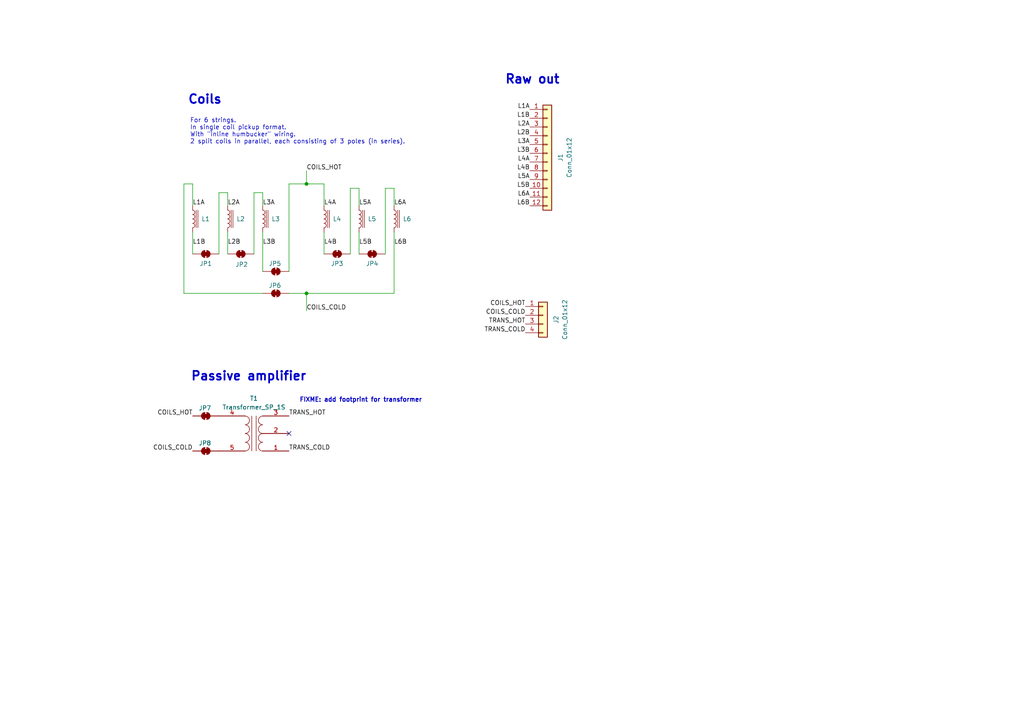
<source format=kicad_sch>
(kicad_sch (version 20231120) (generator "eeschema") (generator_version "8.0")
  (paper "A4")
  (lib_symbols
    (symbol "Connector_Generic:Conn_01x04" (pin_names (offset 1.016) hide)
      (property "Reference" "J" (at 0 5.08 0))
      (property "Value" "Conn_01x04" (at 0 -7.62 0))
      (symbol "Conn_01x04_1_1"
        (rectangle (start -1.27 -4.953) (end 0 -5.207) (stroke (width 0.1524)))
        (rectangle (start -1.27 -2.413) (end 0 -2.667) (stroke (width 0.1524)))
        (rectangle (start -1.27 0.127) (end 0 -0.127) (stroke (width 0.1524)))
        (rectangle (start -1.27 2.667) (end 0 2.413) (stroke (width 0.1524)))
        (rectangle (start -1.27 3.81) (end 1.27 -6.35) (stroke (width 0.254)) (fill (type background)))
        (pin passive line (at -5.08 2.54 0) (length 3.81) (name "Pin_1") (number "1"))
        (pin passive line (at -5.08 0 0) (length 3.81) (name "Pin_2") (number "2"))
        (pin passive line (at -5.08 -2.54 0) (length 3.81) (name "Pin_3") (number "3"))
        (pin passive line (at -5.08 -5.08 0) (length 3.81) (name "Pin_4") (number "4"))
      )
    )
    (symbol "Connector_Generic:Conn_01x12" (pin_names (offset 1.016) hide)
      (property "Reference" "J" (at 0 15.24 0))
      (property "Value" "Conn_01x12" (at 0 -17.78 0))
      (symbol "Conn_01x12_1_1"
        (rectangle (start -1.27 -15.113) (end 0 -15.367) (stroke (width 0.1524)))
        (rectangle (start -1.27 -12.573) (end 0 -12.827) (stroke (width 0.1524)))
        (rectangle (start -1.27 -10.033) (end 0 -10.287) (stroke (width 0.1524)))
        (rectangle (start -1.27 -7.493) (end 0 -7.747) (stroke (width 0.1524)))
        (rectangle (start -1.27 -4.953) (end 0 -5.207) (stroke (width 0.1524)))
        (rectangle (start -1.27 -2.413) (end 0 -2.667) (stroke (width 0.1524)))
        (rectangle (start -1.27 0.127) (end 0 -0.127) (stroke (width 0.1524)))
        (rectangle (start -1.27 2.667) (end 0 2.413) (stroke (width 0.1524)))
        (rectangle (start -1.27 5.207) (end 0 4.953) (stroke (width 0.1524)))
        (rectangle (start -1.27 7.747) (end 0 7.493) (stroke (width 0.1524)))
        (rectangle (start -1.27 10.287) (end 0 10.033) (stroke (width 0.1524)))
        (rectangle (start -1.27 12.827) (end 0 12.573) (stroke (width 0.1524)))
        (rectangle (start -1.27 13.97) (end 1.27 -16.51) (stroke (width 0.254)) (fill (type background)))
        (pin passive line (at -5.08 12.7 0) (length 3.81) (name "Pin_1") (number "1"))
        (pin passive line (at -5.08 -10.16 0) (length 3.81) (name "Pin_10") (number "10"))
        (pin passive line (at -5.08 -12.7 0) (length 3.81) (name "Pin_11") (number "11"))
        (pin passive line (at -5.08 -15.24 0) (length 3.81) (name "Pin_12") (number "12"))
        (pin passive line (at -5.08 10.16 0) (length 3.81) (name "Pin_2") (number "2"))
        (pin passive line (at -5.08 7.62 0) (length 3.81) (name "Pin_3") (number "3"))
        (pin passive line (at -5.08 5.08 0) (length 3.81) (name "Pin_4") (number "4"))
        (pin passive line (at -5.08 2.54 0) (length 3.81) (name "Pin_5") (number "5"))
        (pin passive line (at -5.08 0 0) (length 3.81) (name "Pin_6") (number "6"))
        (pin passive line (at -5.08 -2.54 0) (length 3.81) (name "Pin_7") (number "7"))
        (pin passive line (at -5.08 -5.08 0) (length 3.81) (name "Pin_8") (number "8"))
        (pin passive line (at -5.08 -7.62 0) (length 3.81) (name "Pin_9") (number "9"))
      )
    )
    (symbol "Device:L_Iron" (pin_numbers hide) (pin_names (offset 1.016) hide)
      (property "Reference" "L" (at -1.27 0 90))
      (property "Value" "L_Iron" (at 2.794 0 90))
      (symbol "L_Iron_0_1"
        (arc (start 0 -2.54) (mid 0.6323 -1.905) (end 0 -1.27))
        (arc (start 0 -1.27) (mid 0.6323 -0.635) (end 0 0))
        (polyline (pts (xy 1.016 2.54) (xy 1.016 -2.54)))
        (polyline (pts (xy 1.524 -2.54) (xy 1.524 2.54)))
        (arc (start 0 0) (mid 0.6323 0.635) (end 0 1.27))
        (arc (start 0 1.27) (mid 0.6323 1.905) (end 0 2.54))
      )
      (symbol "L_Iron_1_1"
        (pin passive line (at 0 3.81 270) (length 1.27) (name "1") (number "1"))
        (pin passive line (at 0 -3.81 90) (length 1.27) (name "2") (number "2"))
      )
    )
    (symbol "Device:Transformer_SP_1S" (pin_names (offset 1.016) hide)
      (property "Reference" "T" (at 0 6.35 0))
      (property "Value" "Transformer_SP_1S" (at 0 -7.62 0))
      (symbol "Transformer_SP_1S_0_1"
        (arc (start -2.54 -5.0546) (mid -1.6599 -4.6901) (end -1.27 -3.81))
        (arc (start -2.54 -2.5146) (mid -1.6599 -2.1501) (end -1.27 -1.27))
        (arc (start -2.54 0.0254) (mid -1.6599 0.3899) (end -1.27 1.27))
        (arc (start -2.54 2.5654) (mid -1.6599 2.9299) (end -1.27 3.81))
        (arc (start -1.27 -3.81) (mid -1.642 -2.912) (end -2.54 -2.54))
        (arc (start -1.27 -1.27) (mid -1.642 -0.372) (end -2.54 0))
        (arc (start -1.27 1.27) (mid -1.642 2.168) (end -2.54 2.54))
        (arc (start -1.27 3.81) (mid -1.642 4.708) (end -2.54 5.08))
        (polyline (pts (xy -0.635 5.08) (xy -0.635 -5.08)))
        (polyline (pts (xy 0.635 -5.08) (xy 0.635 5.08)))
        (arc (start 1.2954 -1.27) (mid 1.6599 -2.1501) (end 2.54 -2.5146))
        (arc (start 1.2954 1.27) (mid 1.6599 0.3899) (end 2.54 0.0254))
        (arc (start 1.2954 3.81) (mid 1.6599 2.9299) (end 2.54 2.5654))
        (arc (start 1.3208 -3.81) (mid 1.6853 -4.6901) (end 2.5654 -5.0546))
        (arc (start 2.54 0) (mid 1.642 -0.372) (end 1.2954 -1.27))
        (arc (start 2.54 2.54) (mid 1.642 2.168) (end 1.2954 1.27))
        (arc (start 2.54 5.08) (mid 1.642 4.708) (end 1.2954 3.81))
        (arc (start 2.5654 -2.54) (mid 1.6674 -2.912) (end 1.3208 -3.81))
      )
      (symbol "Transformer_SP_1S_1_1"
        (pin passive line (at -10.16 5.08 0) (length 7.62) (name "PR1") (number "1"))
        (pin passive line (at -10.16 0 0) (length 7.62) (name "PM") (number "2"))
        (pin passive line (at -10.16 -5.08 0) (length 7.62) (name "PR2") (number "3"))
        (pin passive line (at 10.16 -5.08 180) (length 7.62) (name "S1") (number "4"))
        (pin passive line (at 10.16 5.08 180) (length 7.62) (name "S2") (number "5"))
      )
    )
    (symbol "Jumper:SolderJumper_2_Bridged" (pin_numbers hide) (pin_names (offset 0) hide) (exclude_from_sim yes) (in_bom no)
      (property "Reference" "JP" (at 0 2.032 0))
      (property "Value" "SolderJumper_2_Bridged" (at 0 -2.54 0))
      (symbol "SolderJumper_2_Bridged_0_1"
        (rectangle (start -0.508 0.508) (end 0.508 -0.508) (fill (type outline)))
        (arc (start -0.254 1.016) (mid -1.2656 0) (end -0.254 -1.016))
        (arc (start -0.254 1.016) (mid -1.2656 0) (end -0.254 -1.016) (fill (type outline)))
        (polyline (pts (xy -0.254 1.016) (xy -0.254 -1.016)))
        (polyline (pts (xy 0.254 1.016) (xy 0.254 -1.016)))
        (arc (start 0.254 -1.016) (mid 1.2656 0) (end 0.254 1.016))
        (arc (start 0.254 -1.016) (mid 1.2656 0) (end 0.254 1.016) (fill (type outline)))
      )
      (symbol "SolderJumper_2_Bridged_1_1"
        (pin passive line (at -3.81 0 0) (length 2.54) (name "A") (number "1"))
        (pin passive line (at 3.81 0 180) (length 2.54) (name "B") (number "2"))
      )
    )
  )
  (junction (at 88.9 85.09))
  (junction (at 88.9 53.34))
  (no_connect (at 83.82 125.73))
  (wire (pts (xy 104.14 54.61) (xy 104.14 59.69)))
  (wire (pts (xy 73.66 73.66) (xy 73.66 55.88)))
  (wire (pts (xy 63.5 55.88) (xy 66.04 55.88)))
  (wire (pts (xy 83.82 53.34) (xy 88.9 53.34)))
  (wire (pts (xy 66.04 67.31) (xy 66.04 73.66)))
  (wire (pts (xy 114.3 54.61) (xy 114.3 59.69)))
  (wire (pts (xy 66.04 55.88) (xy 66.04 59.69)))
  (wire (pts (xy 88.9 49.53) (xy 88.9 53.34)))
  (wire (pts (xy 88.9 85.09) (xy 114.3 85.09)))
  (wire (pts (xy 55.88 53.34) (xy 53.34 53.34)))
  (wire (pts (xy 111.76 54.61) (xy 114.3 54.61)))
  (wire (pts (xy 101.6 54.61) (xy 104.14 54.61)))
  (wire (pts (xy 111.76 73.66) (xy 111.76 54.61)))
  (wire (pts (xy 104.14 67.31) (xy 104.14 73.66)))
  (wire (pts (xy 93.98 53.34) (xy 93.98 59.69)))
  (wire (pts (xy 93.98 67.31) (xy 93.98 73.66)))
  (wire (pts (xy 76.2 55.88) (xy 76.2 59.69)))
  (wire (pts (xy 88.9 53.34) (xy 93.98 53.34)))
  (wire (pts (xy 53.34 85.09) (xy 76.2 85.09)))
  (wire (pts (xy 83.82 78.74) (xy 83.82 53.34)))
  (wire (pts (xy 76.2 67.31) (xy 76.2 78.74)))
  (wire (pts (xy 55.88 59.69) (xy 55.88 53.34)))
  (wire (pts (xy 114.3 85.09) (xy 114.3 67.31)))
  (wire (pts (xy 63.5 73.66) (xy 63.5 55.88)))
  (wire (pts (xy 73.66 55.88) (xy 76.2 55.88)))
  (wire (pts (xy 101.6 73.66) (xy 101.6 54.61)))
  (wire (pts (xy 88.9 85.09) (xy 88.9 90.17)))
  (wire (pts (xy 83.82 85.09) (xy 88.9 85.09)))
  (wire (pts (xy 55.88 67.31) (xy 55.88 73.66)))
  (wire (pts (xy 53.34 53.34) (xy 53.34 85.09)))
  (text "For 6 strings.\nIn single coil pickup format.\nWith \"inline humbucker\" wiring.\n2 split coils in parallel, each consisting of 3 poles (in series)." (at 55.118 38.1 0) (effects (font (size 1.27 1.27)) (justify left)))
  (text "Raw out" (at 154.432 23.114 0) (effects (font (size 2.54 2.54) (thickness 0.508) (bold yes))))
  (text "FIXME: add footprint for transformer" (at 104.648 116.078 0) (effects (font (size 1.27 1.27) (bold yes))))
  (text "Passive amplifier" (at 72.136 109.22 0) (effects (font (size 2.54 2.54) (thickness 0.508) (bold yes))))
  (text "Coils" (at 59.436 28.956 0) (effects (font (size 2.54 2.54) (thickness 0.508) (bold yes))))
  (label "L6B" (at 114.3 71.12 0))
  (label "COILS_HOT" (at 152.4 88.9 180))
  (label "L1A" (at 153.67 31.75 180))
  (label "L6B" (at 153.67 59.69 180))
  (label "L1A" (at 55.88 59.69 0))
  (label "COILS_COLD" (at 55.88 130.81 180))
  (label "L4B" (at 93.98 71.12 0))
  (label "L4B" (at 153.67 49.53 180))
  (label "L4A" (at 93.98 59.69 0))
  (label "L5A" (at 104.14 59.69 0))
  (label "COILS_HOT" (at 55.88 120.65 180))
  (label "L2B" (at 153.67 39.37 180))
  (label "L5B" (at 153.67 54.61 180))
  (label "TRANS_HOT" (at 152.4 93.98 180))
  (label "COILS_COLD" (at 88.9 90.17 0))
  (label "COILS_HOT" (at 88.9 49.53 0))
  (label "L6A" (at 114.3 59.69 0))
  (label "L4A" (at 153.67 46.99 180))
  (label "L6A" (at 153.67 57.15 180))
  (label "TRANS_HOT" (at 83.82 120.65 0))
  (label "L3B" (at 153.67 44.45 180))
  (label "L2A" (at 153.67 36.83 180))
  (label "COILS_COLD" (at 152.4 91.44 180))
  (label "L5A" (at 153.67 52.07 180))
  (label "L3A" (at 76.2 59.69 0))
  (label "L1B" (at 153.67 34.29 180))
  (label "L2A" (at 66.04 59.69 0))
  (label "L5B" (at 104.14 71.12 0))
  (label "L2B" (at 66.04 71.12 0))
  (label "L3B" (at 76.2 71.12 0))
  (label "TRANS_COLD" (at 83.82 130.81 0))
  (label "L1B" (at 55.88 71.12 0))
  (label "TRANS_COLD" (at 152.4 96.52 180))
  (label "L3A" (at 153.67 41.91 180))
  (symbol (lib_id "Jumper:SolderJumper_2_Bridged") (at 69.85 73.66 0) (unit 1) (exclude_from_sim yes) (in_bom no)
    (property "Reference" "JP2" (at 70.104 76.708 0))
    (property "Value" "SolderJumper_2_Bridged" (effects (hide yes)))
    (property "Footprint" "Jumper:SolderJumper-2_P1.3mm_Bridged_RoundedPad1.0x1.5mm" (effects (hide yes)))
    (property "Description" "Solder Jumper, 2-pole, closed/bridged" (effects (hide yes)))
  )
  (symbol (lib_id "Device:Transformer_SP_1S") (at 73.66 125.73 180) (unit 1)
    (property "Reference" "T1" (at 73.6473 115.57 0))
    (property "Value" "Transformer_SP_1S" (at 73.6473 118.11 0))
    (property "Description" "Transformer, split primary, single secondary" (effects (hide yes)))
  )
  (symbol (lib_id "Jumper:SolderJumper_2_Bridged") (at 107.95 73.66 0) (unit 1) (exclude_from_sim yes) (in_bom no)
    (property "Reference" "JP4" (at 107.95 76.454 0))
    (property "Value" "SolderJumper_2_Bridged" (effects (hide yes)))
    (property "Footprint" "Jumper:SolderJumper-2_P1.3mm_Bridged_RoundedPad1.0x1.5mm" (effects (hide yes)))
    (property "Description" "Solder Jumper, 2-pole, closed/bridged" (effects (hide yes)))
  )
  (symbol (lib_id "Connector_Generic:Conn_01x12") (at 158.75 44.45 0) (unit 1)
    (property "Reference" "J1" (at 162.56 45.72 90))
    (property "Value" "Conn_01x12" (at 165.1 45.72 90))
    (property "Footprint" "Connector_PinHeader_2.54mm:PinHeader_1x12_P2.54mm_Vertical" (effects (hide yes)))
    (property "Description" "Generic connector, single row, 01x12, script generated (kicad-library-utils/schlib/autogen/connector/)" (effects (hide yes)))
  )
  (symbol (lib_id "Device:L_Iron") (at 93.98 63.5 0) (unit 1)
    (property "Reference" "L4" (at 96.52 63.4999 0) (effects (justify left)))
    (property "Value" "L_Iron" (effects (hide yes)))
    (property "Footprint" "Inductor_THT:L_Radial_D8.7mm_P5.00mm_Fastron_07HCP" (effects (hide yes)))
    (property "Description" "Inductor with iron core" (effects (hide yes)))
  )
  (symbol (lib_id "Jumper:SolderJumper_2_Bridged") (at 59.69 73.66 0) (unit 1) (exclude_from_sim yes) (in_bom no)
    (property "Reference" "JP1" (at 59.69 76.454 0))
    (property "Value" "SolderJumper_2_Bridged" (effects (hide yes)))
    (property "Footprint" "Jumper:SolderJumper-2_P1.3mm_Bridged_RoundedPad1.0x1.5mm" (effects (hide yes)))
    (property "Description" "Solder Jumper, 2-pole, closed/bridged" (effects (hide yes)))
  )
  (symbol (lib_id "Connector_Generic:Conn_01x04") (at 157.48 91.44 0) (unit 1)
    (property "Reference" "J2" (at 161.29 92.71 90))
    (property "Value" "Conn_01x12" (at 163.83 92.71 90))
    (property "Footprint" "Connector_PinHeader_2.54mm:PinHeader_1x04_P2.54mm_Vertical" (effects (hide yes)))
    (property "Description" "Generic connector, single row, 01x04, script generated (kicad-library-utils/schlib/autogen/connector/)" (effects (hide yes)))
  )
  (symbol (lib_id "Jumper:SolderJumper_2_Bridged") (at 80.01 85.09 0) (unit 1) (exclude_from_sim yes) (in_bom no)
    (property "Reference" "JP6" (at 79.756 82.804 0))
    (property "Value" "SolderJumper_2_Bridged" (effects (hide yes)))
    (property "Footprint" "Jumper:SolderJumper-2_P1.3mm_Bridged_RoundedPad1.0x1.5mm" (effects (hide yes)))
    (property "Description" "Solder Jumper, 2-pole, closed/bridged" (effects (hide yes)))
  )
  (symbol (lib_id "Device:L_Iron") (at 114.3 63.5 0) (unit 1)
    (property "Reference" "L6" (at 116.84 63.4999 0) (effects (justify left)))
    (property "Value" "L_Iron" (effects (hide yes)))
    (property "Footprint" "Inductor_THT:L_Radial_D8.7mm_P5.00mm_Fastron_07HCP" (effects (hide yes)))
    (property "Description" "Inductor with iron core" (effects (hide yes)))
  )
  (symbol (lib_id "Jumper:SolderJumper_2_Bridged") (at 59.69 120.65 0) (unit 1) (exclude_from_sim yes) (in_bom no)
    (property "Reference" "JP7" (at 59.436 118.364 0))
    (property "Value" "SolderJumper_2_Bridged" (effects (hide yes)))
    (property "Footprint" "Jumper:SolderJumper-2_P1.3mm_Bridged_RoundedPad1.0x1.5mm" (effects (hide yes)))
    (property "Description" "Solder Jumper, 2-pole, closed/bridged" (effects (hide yes)))
  )
  (symbol (lib_id "Jumper:SolderJumper_2_Bridged") (at 59.69 130.81 0) (unit 1) (exclude_from_sim yes) (in_bom no)
    (property "Reference" "JP8" (at 59.436 128.524 0))
    (property "Value" "SolderJumper_2_Bridged" (effects (hide yes)))
    (property "Footprint" "Jumper:SolderJumper-2_P1.3mm_Bridged_RoundedPad1.0x1.5mm" (effects (hide yes)))
    (property "Description" "Solder Jumper, 2-pole, closed/bridged" (effects (hide yes)))
  )
  (symbol (lib_id "Device:L_Iron") (at 104.14 63.5 0) (unit 1)
    (property "Reference" "L5" (at 106.68 63.4999 0) (effects (justify left)))
    (property "Value" "L_Iron" (effects (hide yes)))
    (property "Footprint" "Inductor_THT:L_Radial_D8.7mm_P5.00mm_Fastron_07HCP" (effects (hide yes)))
    (property "Description" "Inductor with iron core" (effects (hide yes)))
  )
  (symbol (lib_id "Device:L_Iron") (at 76.2 63.5 0) (unit 1)
    (property "Reference" "L3" (at 78.74 63.4999 0) (effects (justify left)))
    (property "Value" "L_Iron" (effects (hide yes)))
    (property "Footprint" "Inductor_THT:L_Radial_D8.7mm_P5.00mm_Fastron_07HCP" (effects (hide yes)))
    (property "Description" "Inductor with iron core" (effects (hide yes)))
  )
  (symbol (lib_id "Jumper:SolderJumper_2_Bridged") (at 80.01 78.74 0) (unit 1) (exclude_from_sim yes) (in_bom no)
    (property "Reference" "JP5" (at 79.756 76.454 0))
    (property "Value" "SolderJumper_2_Bridged" (effects (hide yes)))
    (property "Footprint" "Jumper:SolderJumper-2_P1.3mm_Bridged_RoundedPad1.0x1.5mm" (effects (hide yes)))
    (property "Description" "Solder Jumper, 2-pole, closed/bridged" (effects (hide yes)))
  )
  (symbol (lib_id "Device:L_Iron") (at 66.04 63.5 0) (unit 1)
    (property "Reference" "L2" (at 68.58 63.4999 0) (effects (justify left)))
    (property "Value" "L_Iron" (effects (hide yes)))
    (property "Footprint" "Inductor_THT:L_Radial_D8.7mm_P5.00mm_Fastron_07HCP" (effects (hide yes)))
    (property "Description" "Inductor with iron core" (effects (hide yes)))
  )
  (symbol (lib_id "Jumper:SolderJumper_2_Bridged") (at 97.79 73.66 0) (unit 1) (exclude_from_sim yes) (in_bom no)
    (property "Reference" "JP3" (at 97.79 76.454 0))
    (property "Value" "SolderJumper_2_Bridged" (effects (hide yes)))
    (property "Footprint" "Jumper:SolderJumper-2_P1.3mm_Bridged_RoundedPad1.0x1.5mm" (effects (hide yes)))
    (property "Description" "Solder Jumper, 2-pole, closed/bridged" (effects (hide yes)))
  )
  (symbol (lib_id "Device:L_Iron") (at 55.88 63.5 0) (unit 1)
    (property "Reference" "L1" (at 58.42 63.4999 0) (effects (justify left)))
    (property "Value" "L_Iron" (effects (hide yes)))
    (property "Footprint" "Inductor_THT:L_Radial_D8.7mm_P5.00mm_Fastron_07HCP" (effects (hide yes)))
    (property "Description" "Inductor with iron core" (effects (hide yes)))
  )
)
</source>
